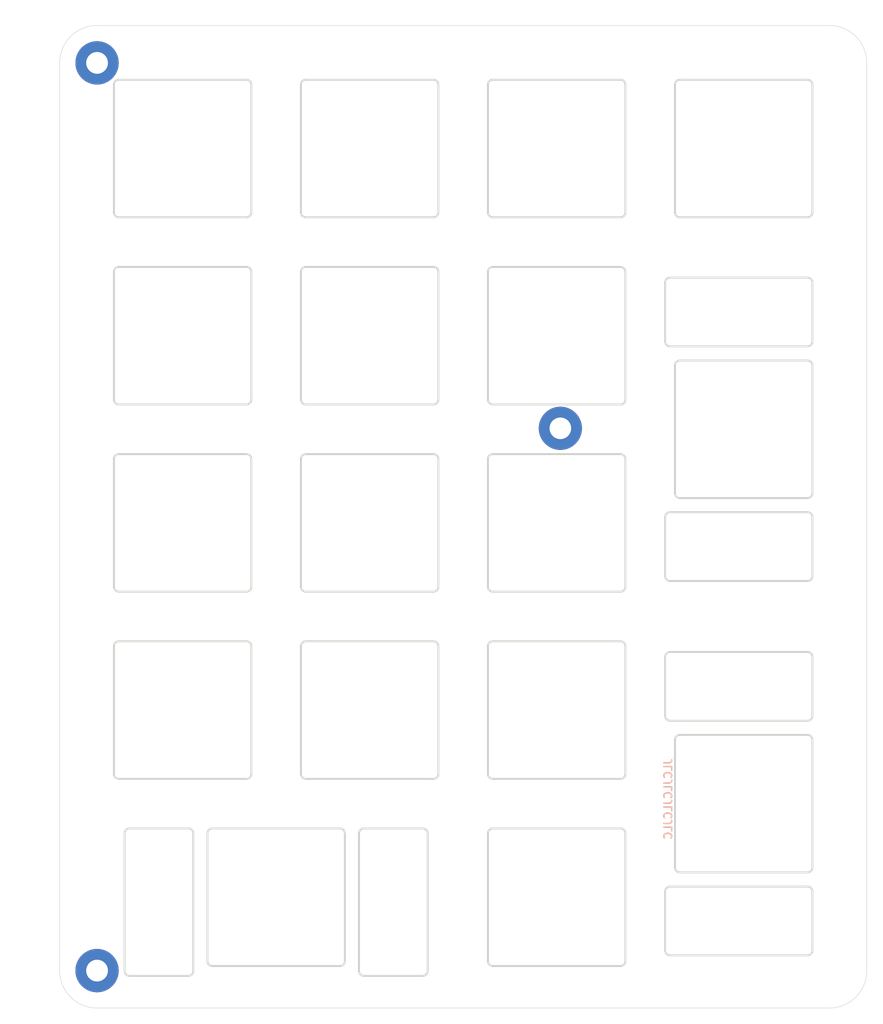
<source format=kicad_pcb>
(kicad_pcb (version 20171130) (host pcbnew "(5.1.9)-1")

  (general
    (thickness 1.6)
    (drawings 11)
    (tracks 0)
    (zones 0)
    (modules 7)
    (nets 1)
  )

  (page A4)
  (layers
    (0 F.Cu signal)
    (31 B.Cu signal)
    (32 B.Adhes user)
    (33 F.Adhes user)
    (34 B.Paste user)
    (35 F.Paste user)
    (36 B.SilkS user)
    (37 F.SilkS user)
    (38 B.Mask user)
    (39 F.Mask user)
    (40 Dwgs.User user)
    (41 Cmts.User user)
    (42 Eco1.User user)
    (43 Eco2.User user)
    (44 Edge.Cuts user)
    (45 Margin user)
    (46 B.CrtYd user)
    (47 F.CrtYd user)
    (48 B.Fab user)
    (49 F.Fab user)
  )

  (setup
    (last_trace_width 0.25)
    (trace_clearance 0.2)
    (zone_clearance 0.508)
    (zone_45_only no)
    (trace_min 0.2)
    (via_size 0.8)
    (via_drill 0.4)
    (via_min_size 0.4)
    (via_min_drill 0.3)
    (uvia_size 0.3)
    (uvia_drill 0.1)
    (uvias_allowed no)
    (uvia_min_size 0.2)
    (uvia_min_drill 0.1)
    (edge_width 0.05)
    (segment_width 0.2)
    (pcb_text_width 0.3)
    (pcb_text_size 1.5 1.5)
    (mod_edge_width 0.12)
    (mod_text_size 1 1)
    (mod_text_width 0.15)
    (pad_size 1.524 1.524)
    (pad_drill 0.762)
    (pad_to_mask_clearance 0.05)
    (aux_axis_origin 0 0)
    (visible_elements 7FFFFFFF)
    (pcbplotparams
      (layerselection 0x010fc_ffffffff)
      (usegerberextensions false)
      (usegerberattributes true)
      (usegerberadvancedattributes true)
      (creategerberjobfile true)
      (excludeedgelayer true)
      (linewidth 0.100000)
      (plotframeref false)
      (viasonmask false)
      (mode 1)
      (useauxorigin false)
      (hpglpennumber 1)
      (hpglpenspeed 20)
      (hpglpendiameter 15.000000)
      (psnegative false)
      (psa4output false)
      (plotreference true)
      (plotvalue true)
      (plotinvisibletext false)
      (padsonsilk false)
      (subtractmaskfromsilk false)
      (outputformat 1)
      (mirror false)
      (drillshape 0)
      (scaleselection 1)
      (outputdirectory "export_plate_numpad/"))
  )

  (net 0 "")

  (net_class Default "This is the default net class."
    (clearance 0.2)
    (trace_width 0.25)
    (via_dia 0.8)
    (via_drill 0.4)
    (uvia_dia 0.3)
    (uvia_drill 0.1)
  )

  (module Gigahawk:PLATE_NUMPAD (layer F.Cu) (tedit 60427E41) (tstamp 60659A71)
    (at 12.525 12.525)
    (descr "Keyboard cutout for a standard numpad")
    (path /60587B43)
    (fp_text reference H7 (at 0 -9.525) (layer F.SilkS) hide
      (effects (font (size 1 1) (thickness 0.15)))
    )
    (fp_text value "Plate Cutouts" (at 0 -12.7) (layer F.Fab)
      (effects (font (size 1 1) (thickness 0.15)))
    )
    (fp_line (start -6.5 6.999999) (end 6.499999 6.999999) (layer Edge.Cuts) (width 0.2))
    (fp_line (start 6.499999 -7) (end -6.5 -7) (layer Edge.Cuts) (width 0.2))
    (fp_line (start 6.999999 6.499999) (end 6.999999 -6.5) (layer Edge.Cuts) (width 0.2))
    (fp_line (start -7 -6.5) (end -7 6.499999) (layer Edge.Cuts) (width 0.2))
    (fp_line (start 12.55 6.999999) (end 25.55 6.999999) (layer Edge.Cuts) (width 0.2))
    (fp_line (start 25.55 -7) (end 12.55 -7) (layer Edge.Cuts) (width 0.2))
    (fp_line (start 26.05 6.499999) (end 26.05 -6.5) (layer Edge.Cuts) (width 0.2))
    (fp_line (start 12.05 -6.5) (end 12.05 6.499999) (layer Edge.Cuts) (width 0.2))
    (fp_line (start 31.6 6.999999) (end 44.6 6.999999) (layer Edge.Cuts) (width 0.2))
    (fp_line (start 44.6 -7) (end 31.6 -7) (layer Edge.Cuts) (width 0.2))
    (fp_line (start 45.1 6.499999) (end 45.1 -6.5) (layer Edge.Cuts) (width 0.2))
    (fp_line (start 31.1 -6.5) (end 31.1 6.499999) (layer Edge.Cuts) (width 0.2))
    (fp_line (start 50.65 6.999999) (end 63.65 6.999999) (layer Edge.Cuts) (width 0.2))
    (fp_line (start 63.65 -7) (end 50.65 -7) (layer Edge.Cuts) (width 0.2))
    (fp_line (start 64.15 6.499999) (end 64.15 -6.5) (layer Edge.Cuts) (width 0.2))
    (fp_line (start 50.15 -6.5) (end 50.15 6.499999) (layer Edge.Cuts) (width 0.2))
    (fp_line (start -6.5 26.05) (end 6.499999 26.05) (layer Edge.Cuts) (width 0.2))
    (fp_line (start 6.499999 12.05) (end -6.5 12.05) (layer Edge.Cuts) (width 0.2))
    (fp_line (start 6.999999 25.55) (end 6.999999 12.55) (layer Edge.Cuts) (width 0.2))
    (fp_line (start -7 12.55) (end -7 25.55) (layer Edge.Cuts) (width 0.2))
    (fp_line (start 12.55 26.05) (end 25.55 26.05) (layer Edge.Cuts) (width 0.2))
    (fp_line (start 25.55 12.05) (end 12.55 12.05) (layer Edge.Cuts) (width 0.2))
    (fp_line (start 26.05 25.55) (end 26.05 12.55) (layer Edge.Cuts) (width 0.2))
    (fp_line (start 12.05 12.55) (end 12.05 25.55) (layer Edge.Cuts) (width 0.2))
    (fp_line (start 31.6 26.05) (end 44.6 26.05) (layer Edge.Cuts) (width 0.2))
    (fp_line (start 44.6 12.05) (end 31.6 12.05) (layer Edge.Cuts) (width 0.2))
    (fp_line (start 45.1 25.55) (end 45.1 12.55) (layer Edge.Cuts) (width 0.2))
    (fp_line (start 31.1 12.55) (end 31.1 25.55) (layer Edge.Cuts) (width 0.2))
    (fp_line (start 50.65 35.575) (end 63.65 35.575) (layer Edge.Cuts) (width 0.2))
    (fp_line (start 63.65 21.575) (end 50.65 21.575) (layer Edge.Cuts) (width 0.2))
    (fp_line (start 64.15 35.075) (end 64.15 22.075) (layer Edge.Cuts) (width 0.2))
    (fp_line (start 50.15 22.075) (end 50.15 35.075) (layer Edge.Cuts) (width 0.2))
    (fp_line (start 49.15 13.637) (end 49.15 19.637) (layer Edge.Cuts) (width 0.2))
    (fp_line (start 64.15 19.637) (end 64.15 13.637) (layer Edge.Cuts) (width 0.2))
    (fp_line (start 49.65 20.137) (end 63.65 20.137) (layer Edge.Cuts) (width 0.2))
    (fp_line (start 63.65 13.137) (end 49.65 13.137) (layer Edge.Cuts) (width 0.2))
    (fp_line (start 49.15 37.513) (end 49.15 43.513) (layer Edge.Cuts) (width 0.2))
    (fp_line (start 64.15 43.513) (end 64.15 37.513) (layer Edge.Cuts) (width 0.2))
    (fp_line (start 49.65 44.013) (end 63.65 44.013) (layer Edge.Cuts) (width 0.2))
    (fp_line (start 63.65 37.013) (end 49.65 37.013) (layer Edge.Cuts) (width 0.2))
    (fp_line (start -6.5 45.1) (end 6.499999 45.1) (layer Edge.Cuts) (width 0.2))
    (fp_line (start 6.499999 31.1) (end -6.5 31.1) (layer Edge.Cuts) (width 0.2))
    (fp_line (start 6.999999 44.6) (end 6.999999 31.6) (layer Edge.Cuts) (width 0.2))
    (fp_line (start -7 31.6) (end -7 44.6) (layer Edge.Cuts) (width 0.2))
    (fp_line (start 12.55 45.1) (end 25.55 45.1) (layer Edge.Cuts) (width 0.2))
    (fp_line (start 25.55 31.1) (end 12.55 31.1) (layer Edge.Cuts) (width 0.2))
    (fp_line (start 26.05 44.6) (end 26.05 31.6) (layer Edge.Cuts) (width 0.2))
    (fp_line (start 12.05 31.6) (end 12.05 44.6) (layer Edge.Cuts) (width 0.2))
    (fp_line (start 31.6 45.1) (end 44.6 45.1) (layer Edge.Cuts) (width 0.2))
    (fp_line (start 44.6 31.1) (end 31.6 31.1) (layer Edge.Cuts) (width 0.2))
    (fp_line (start 45.1 44.6) (end 45.1 31.6) (layer Edge.Cuts) (width 0.2))
    (fp_line (start 31.1 31.6) (end 31.1 44.6) (layer Edge.Cuts) (width 0.2))
    (fp_line (start -6.5 64.15) (end 6.499999 64.15) (layer Edge.Cuts) (width 0.2))
    (fp_line (start 6.499999 50.15) (end -6.5 50.15) (layer Edge.Cuts) (width 0.2))
    (fp_line (start 6.999999 63.65) (end 6.999999 50.65) (layer Edge.Cuts) (width 0.2))
    (fp_line (start -7 50.65) (end -7 63.65) (layer Edge.Cuts) (width 0.2))
    (fp_line (start 12.55 64.15) (end 25.55 64.15) (layer Edge.Cuts) (width 0.2))
    (fp_line (start 25.55 50.15) (end 12.55 50.15) (layer Edge.Cuts) (width 0.2))
    (fp_line (start 26.05 63.65) (end 26.05 50.65) (layer Edge.Cuts) (width 0.2))
    (fp_line (start 12.05 50.65) (end 12.05 63.65) (layer Edge.Cuts) (width 0.2))
    (fp_line (start 31.6 64.15) (end 44.6 64.15) (layer Edge.Cuts) (width 0.2))
    (fp_line (start 44.6 50.15) (end 31.6 50.15) (layer Edge.Cuts) (width 0.2))
    (fp_line (start 45.1 63.65) (end 45.1 50.65) (layer Edge.Cuts) (width 0.2))
    (fp_line (start 31.1 50.65) (end 31.1 63.65) (layer Edge.Cuts) (width 0.2))
    (fp_line (start 50.65 73.675) (end 63.65 73.675) (layer Edge.Cuts) (width 0.2))
    (fp_line (start 63.65 59.675) (end 50.65 59.675) (layer Edge.Cuts) (width 0.2))
    (fp_line (start 64.15 73.175) (end 64.15 60.175) (layer Edge.Cuts) (width 0.2))
    (fp_line (start 50.15 60.175) (end 50.15 73.175) (layer Edge.Cuts) (width 0.2))
    (fp_line (start 49.15 51.737) (end 49.15 57.737) (layer Edge.Cuts) (width 0.2))
    (fp_line (start 64.15 57.737) (end 64.15 51.737) (layer Edge.Cuts) (width 0.2))
    (fp_line (start 49.65 58.237) (end 63.65 58.237) (layer Edge.Cuts) (width 0.2))
    (fp_line (start 63.65 51.237) (end 49.65 51.237) (layer Edge.Cuts) (width 0.2))
    (fp_line (start 49.15 75.613) (end 49.15 81.613) (layer Edge.Cuts) (width 0.2))
    (fp_line (start 64.15 81.613) (end 64.15 75.613) (layer Edge.Cuts) (width 0.2))
    (fp_line (start 49.65 82.113) (end 63.65 82.113) (layer Edge.Cuts) (width 0.2))
    (fp_line (start 63.65 75.113) (end 49.65 75.113) (layer Edge.Cuts) (width 0.2))
    (fp_line (start 3.025 83.2) (end 16.025 83.2) (layer Edge.Cuts) (width 0.2))
    (fp_line (start 16.025 69.2) (end 3.025 69.2) (layer Edge.Cuts) (width 0.2))
    (fp_line (start 16.525 82.7) (end 16.525 69.7) (layer Edge.Cuts) (width 0.2))
    (fp_line (start 2.525 69.7) (end 2.525 82.7) (layer Edge.Cuts) (width 0.2))
    (fp_line (start -5.413 84.2) (end 0.587 84.2) (layer Edge.Cuts) (width 0.2))
    (fp_line (start 0.587 69.2) (end -5.413 69.2) (layer Edge.Cuts) (width 0.2))
    (fp_line (start 1.087 83.7) (end 1.087 69.7) (layer Edge.Cuts) (width 0.2))
    (fp_line (start -5.913 69.7) (end -5.913 83.7) (layer Edge.Cuts) (width 0.2))
    (fp_line (start 18.463 84.2) (end 24.463 84.2) (layer Edge.Cuts) (width 0.2))
    (fp_line (start 24.463 69.2) (end 18.463 69.2) (layer Edge.Cuts) (width 0.2))
    (fp_line (start 24.963 83.7) (end 24.963 69.7) (layer Edge.Cuts) (width 0.2))
    (fp_line (start 17.963 69.7) (end 17.963 83.7) (layer Edge.Cuts) (width 0.2))
    (fp_line (start 31.6 83.2) (end 44.6 83.2) (layer Edge.Cuts) (width 0.2))
    (fp_line (start 44.6 69.2) (end 31.6 69.2) (layer Edge.Cuts) (width 0.2))
    (fp_line (start 45.1 82.7) (end 45.1 69.7) (layer Edge.Cuts) (width 0.2))
    (fp_line (start 31.1 69.7) (end 31.1 82.7) (layer Edge.Cuts) (width 0.2))
    (fp_arc (start 31.6 69.7) (end 31.6 69.2) (angle -90) (layer Edge.Cuts) (width 0.2))
    (fp_arc (start 44.6 69.7) (end 45.1 69.7) (angle -90) (layer Edge.Cuts) (width 0.2))
    (fp_arc (start 44.6 82.7) (end 44.6 83.2) (angle -90) (layer Edge.Cuts) (width 0.2))
    (fp_arc (start 31.6 82.7) (end 31.1 82.7) (angle -90) (layer Edge.Cuts) (width 0.2))
    (fp_arc (start 18.463 69.7) (end 18.463 69.2) (angle -90) (layer Edge.Cuts) (width 0.2))
    (fp_arc (start 24.463 69.7) (end 24.963 69.7) (angle -90) (layer Edge.Cuts) (width 0.2))
    (fp_arc (start 24.463 83.7) (end 24.463 84.2) (angle -90) (layer Edge.Cuts) (width 0.2))
    (fp_arc (start 18.463 83.7) (end 17.963 83.7) (angle -90) (layer Edge.Cuts) (width 0.2))
    (fp_arc (start -5.413 69.7) (end -5.413 69.2) (angle -90) (layer Edge.Cuts) (width 0.2))
    (fp_arc (start 0.587 69.7) (end 1.087 69.7) (angle -90) (layer Edge.Cuts) (width 0.2))
    (fp_arc (start 0.587 83.7) (end 0.587 84.2) (angle -90) (layer Edge.Cuts) (width 0.2))
    (fp_arc (start -5.413 83.7) (end -5.913 83.7) (angle -90) (layer Edge.Cuts) (width 0.2))
    (fp_arc (start 3.025 69.7) (end 3.025 69.2) (angle -90) (layer Edge.Cuts) (width 0.2))
    (fp_arc (start 16.025 69.7) (end 16.525 69.7) (angle -90) (layer Edge.Cuts) (width 0.2))
    (fp_arc (start 16.025 82.7) (end 16.025 83.2) (angle -90) (layer Edge.Cuts) (width 0.2))
    (fp_arc (start 3.025 82.7) (end 2.525 82.7) (angle -90) (layer Edge.Cuts) (width 0.2))
    (fp_arc (start 63.65 75.613) (end 64.15 75.613) (angle -90) (layer Edge.Cuts) (width 0.2))
    (fp_arc (start 63.65 81.613) (end 63.65 82.113) (angle -90) (layer Edge.Cuts) (width 0.2))
    (fp_arc (start 49.65 81.613) (end 49.15 81.613) (angle -90) (layer Edge.Cuts) (width 0.2))
    (fp_arc (start 49.65 75.613) (end 49.65 75.113) (angle -90) (layer Edge.Cuts) (width 0.2))
    (fp_arc (start 63.65 51.737) (end 64.15 51.737) (angle -90) (layer Edge.Cuts) (width 0.2))
    (fp_arc (start 63.65 57.737) (end 63.65 58.237) (angle -90) (layer Edge.Cuts) (width 0.2))
    (fp_arc (start 49.65 57.737) (end 49.15 57.737) (angle -90) (layer Edge.Cuts) (width 0.2))
    (fp_arc (start 49.65 51.737) (end 49.65 51.237) (angle -90) (layer Edge.Cuts) (width 0.2))
    (fp_arc (start 50.65 60.175) (end 50.65 59.675) (angle -90) (layer Edge.Cuts) (width 0.2))
    (fp_arc (start 63.65 60.175) (end 64.15 60.175) (angle -90) (layer Edge.Cuts) (width 0.2))
    (fp_arc (start 63.65 73.175) (end 63.65 73.675) (angle -90) (layer Edge.Cuts) (width 0.2))
    (fp_arc (start 50.65 73.175) (end 50.15 73.175) (angle -90) (layer Edge.Cuts) (width 0.2))
    (fp_arc (start 31.6 50.65) (end 31.6 50.15) (angle -90) (layer Edge.Cuts) (width 0.2))
    (fp_arc (start 44.6 50.65) (end 45.1 50.65) (angle -90) (layer Edge.Cuts) (width 0.2))
    (fp_arc (start 44.6 63.65) (end 44.6 64.15) (angle -90) (layer Edge.Cuts) (width 0.2))
    (fp_arc (start 31.6 63.65) (end 31.1 63.65) (angle -90) (layer Edge.Cuts) (width 0.2))
    (fp_arc (start 12.55 50.65) (end 12.55 50.15) (angle -90) (layer Edge.Cuts) (width 0.2))
    (fp_arc (start 25.55 50.65) (end 26.05 50.65) (angle -90) (layer Edge.Cuts) (width 0.2))
    (fp_arc (start 25.55 63.65) (end 25.55 64.15) (angle -90) (layer Edge.Cuts) (width 0.2))
    (fp_arc (start 12.55 63.65) (end 12.05 63.65) (angle -90) (layer Edge.Cuts) (width 0.2))
    (fp_arc (start -6.5 50.65) (end -6.5 50.15) (angle -90) (layer Edge.Cuts) (width 0.2))
    (fp_arc (start 6.499999 50.65) (end 6.999999 50.65) (angle -90) (layer Edge.Cuts) (width 0.2))
    (fp_arc (start 6.499999 63.65) (end 6.499999 64.15) (angle -90) (layer Edge.Cuts) (width 0.2))
    (fp_arc (start -6.5 63.65) (end -7 63.65) (angle -90) (layer Edge.Cuts) (width 0.2))
    (fp_arc (start 31.6 31.6) (end 31.6 31.1) (angle -90) (layer Edge.Cuts) (width 0.2))
    (fp_arc (start 44.6 31.6) (end 45.1 31.6) (angle -90) (layer Edge.Cuts) (width 0.2))
    (fp_arc (start 44.6 44.6) (end 44.6 45.1) (angle -90) (layer Edge.Cuts) (width 0.2))
    (fp_arc (start 31.6 44.6) (end 31.1 44.6) (angle -90) (layer Edge.Cuts) (width 0.2))
    (fp_arc (start 12.55 31.6) (end 12.55 31.1) (angle -90) (layer Edge.Cuts) (width 0.2))
    (fp_arc (start 25.55 31.6) (end 26.05 31.6) (angle -90) (layer Edge.Cuts) (width 0.2))
    (fp_arc (start 25.55 44.6) (end 25.55 45.1) (angle -90) (layer Edge.Cuts) (width 0.2))
    (fp_arc (start 12.55 44.6) (end 12.05 44.6) (angle -90) (layer Edge.Cuts) (width 0.2))
    (fp_arc (start -6.5 31.6) (end -6.5 31.1) (angle -90) (layer Edge.Cuts) (width 0.2))
    (fp_arc (start 6.499999 31.6) (end 6.999999 31.6) (angle -90) (layer Edge.Cuts) (width 0.2))
    (fp_arc (start 6.499999 44.6) (end 6.499999 45.1) (angle -90) (layer Edge.Cuts) (width 0.2))
    (fp_arc (start -6.5 44.6) (end -7 44.6) (angle -90) (layer Edge.Cuts) (width 0.2))
    (fp_arc (start 63.65 37.513) (end 64.15 37.513) (angle -90) (layer Edge.Cuts) (width 0.2))
    (fp_arc (start 63.65 43.513) (end 63.65 44.013) (angle -90) (layer Edge.Cuts) (width 0.2))
    (fp_arc (start 49.65 43.513) (end 49.15 43.513) (angle -90) (layer Edge.Cuts) (width 0.2))
    (fp_arc (start 49.65 37.513) (end 49.65 37.013) (angle -90) (layer Edge.Cuts) (width 0.2))
    (fp_arc (start 63.65 13.637) (end 64.15 13.637) (angle -90) (layer Edge.Cuts) (width 0.2))
    (fp_arc (start 63.65 19.637) (end 63.65 20.137) (angle -90) (layer Edge.Cuts) (width 0.2))
    (fp_arc (start 49.65 19.637) (end 49.15 19.637) (angle -90) (layer Edge.Cuts) (width 0.2))
    (fp_arc (start 49.65 13.637) (end 49.65 13.137) (angle -90) (layer Edge.Cuts) (width 0.2))
    (fp_arc (start 50.65 22.075) (end 50.65 21.575) (angle -90) (layer Edge.Cuts) (width 0.2))
    (fp_arc (start 63.65 22.075) (end 64.15 22.075) (angle -90) (layer Edge.Cuts) (width 0.2))
    (fp_arc (start 63.65 35.075) (end 63.65 35.575) (angle -90) (layer Edge.Cuts) (width 0.2))
    (fp_arc (start 50.65 35.075) (end 50.15 35.075) (angle -90) (layer Edge.Cuts) (width 0.2))
    (fp_arc (start 31.6 12.55) (end 31.6 12.05) (angle -90) (layer Edge.Cuts) (width 0.2))
    (fp_arc (start 44.6 12.55) (end 45.1 12.55) (angle -90) (layer Edge.Cuts) (width 0.2))
    (fp_arc (start 44.6 25.55) (end 44.6 26.05) (angle -90) (layer Edge.Cuts) (width 0.2))
    (fp_arc (start 31.6 25.55) (end 31.1 25.55) (angle -90) (layer Edge.Cuts) (width 0.2))
    (fp_arc (start 12.55 12.55) (end 12.55 12.05) (angle -90) (layer Edge.Cuts) (width 0.2))
    (fp_arc (start 25.55 12.55) (end 26.05 12.55) (angle -90) (layer Edge.Cuts) (width 0.2))
    (fp_arc (start 25.55 25.55) (end 25.55 26.05) (angle -90) (layer Edge.Cuts) (width 0.2))
    (fp_arc (start 12.55 25.55) (end 12.05 25.55) (angle -90) (layer Edge.Cuts) (width 0.2))
    (fp_arc (start -6.5 12.55) (end -6.5 12.05) (angle -90) (layer Edge.Cuts) (width 0.2))
    (fp_arc (start 6.499999 12.55) (end 6.999999 12.55) (angle -90) (layer Edge.Cuts) (width 0.2))
    (fp_arc (start 6.499999 25.55) (end 6.499999 26.05) (angle -90) (layer Edge.Cuts) (width 0.2))
    (fp_arc (start -6.5 25.55) (end -7 25.55) (angle -90) (layer Edge.Cuts) (width 0.2))
    (fp_arc (start 50.65 -6.5) (end 50.65 -7) (angle -90) (layer Edge.Cuts) (width 0.2))
    (fp_arc (start 63.65 -6.5) (end 64.15 -6.5) (angle -90) (layer Edge.Cuts) (width 0.2))
    (fp_arc (start 63.65 6.499999) (end 63.65 6.999999) (angle -90) (layer Edge.Cuts) (width 0.2))
    (fp_arc (start 50.65 6.499999) (end 50.15 6.499999) (angle -90) (layer Edge.Cuts) (width 0.2))
    (fp_arc (start 31.6 -6.5) (end 31.6 -7) (angle -90) (layer Edge.Cuts) (width 0.2))
    (fp_arc (start 44.6 -6.5) (end 45.1 -6.5) (angle -90) (layer Edge.Cuts) (width 0.2))
    (fp_arc (start 44.6 6.499999) (end 44.6 6.999999) (angle -90) (layer Edge.Cuts) (width 0.2))
    (fp_arc (start 31.6 6.499999) (end 31.1 6.499999) (angle -90) (layer Edge.Cuts) (width 0.2))
    (fp_arc (start 12.55 -6.5) (end 12.55 -7) (angle -90) (layer Edge.Cuts) (width 0.2))
    (fp_arc (start 25.55 -6.5) (end 26.05 -6.5) (angle -90) (layer Edge.Cuts) (width 0.2))
    (fp_arc (start 25.55 6.499999) (end 25.55 6.999999) (angle -90) (layer Edge.Cuts) (width 0.2))
    (fp_arc (start 12.55 6.499999) (end 12.05 6.499999) (angle -90) (layer Edge.Cuts) (width 0.2))
    (fp_arc (start -6.5 -6.5) (end -6.5 -7) (angle -90) (layer Edge.Cuts) (width 0.2))
    (fp_arc (start 6.499999 -6.5) (end 6.999999 -6.5) (angle -90) (layer Edge.Cuts) (width 0.2))
    (fp_arc (start 6.499999 6.499999) (end 6.499999 6.999999) (angle -90) (layer Edge.Cuts) (width 0.2))
    (fp_arc (start -6.5 6.499999) (end -7 6.499999) (angle -90) (layer Edge.Cuts) (width 0.2))
  )

  (module Gigahawk:DOT (layer F.Cu) (tedit 5FF82A75) (tstamp 6042E08A)
    (at 51 41)
    (path /60587A17/5FFBBC88)
    (fp_text reference H6 (at 0.635 -1.905) (layer F.Fab)
      (effects (font (size 1 1) (thickness 0.15)))
    )
    (fp_text value "ConnectorPos(85.09,39.37)" (at 0 -0.635) (layer F.Fab)
      (effects (font (size 1 1) (thickness 0.15)))
    )
    (fp_circle (center 0 0) (end 0.127 0) (layer F.Fab) (width 0.12))
  )

  (module MountingHole:MountingHole_2.2mm_M2_Pad (layer F.Cu) (tedit 56D1B4CB) (tstamp 6042E085)
    (at 51 41)
    (descr "Mounting Hole 2.2mm, M2")
    (tags "mounting hole 2.2mm m2")
    (path /60587A17/5FFAE861)
    (attr virtual)
    (fp_text reference H5 (at 0 -3.2) (layer F.SilkS) hide
      (effects (font (size 1 1) (thickness 0.15)))
    )
    (fp_text value "Center(51,41)" (at 0 3.2) (layer F.Fab)
      (effects (font (size 1 1) (thickness 0.15)))
    )
    (fp_circle (center 0 0) (end 2.2 0) (layer Cmts.User) (width 0.15))
    (fp_circle (center 0 0) (end 2.45 0) (layer F.CrtYd) (width 0.05))
    (fp_text user %R (at 0.3 0) (layer F.Fab)
      (effects (font (size 1 1) (thickness 0.15)))
    )
    (pad 1 thru_hole circle (at 0 0) (size 4.4 4.4) (drill 2.2) (layers *.Cu *.Mask))
  )

  (module MountingHole:MountingHole_2.2mm_M2_Pad (layer F.Cu) (tedit 56D1B4CB) (tstamp 6042E07D)
    (at 3.81 96.19)
    (descr "Mounting Hole 2.2mm, M2")
    (tags "mounting hole 2.2mm m2")
    (path /60587A17/5FFAE6C8)
    (attr virtual)
    (fp_text reference H4 (at 0 -3.2) (layer F.SilkS) hide
      (effects (font (size 1 1) (thickness 0.15)))
    )
    (fp_text value "BottomRight(96.19,96.19)" (at 0 3.2) (layer F.Fab)
      (effects (font (size 1 1) (thickness 0.15)))
    )
    (fp_circle (center 0 0) (end 2.2 0) (layer Cmts.User) (width 0.15))
    (fp_circle (center 0 0) (end 2.45 0) (layer F.CrtYd) (width 0.05))
    (fp_text user %R (at 0.3 0) (layer F.Fab)
      (effects (font (size 1 1) (thickness 0.15)))
    )
    (pad 1 thru_hole circle (at 0 0) (size 4.4 4.4) (drill 2.2) (layers *.Cu *.Mask))
  )

  (module MountingHole:MountingHole_2.2mm_M2_Pad (layer F.Cu) (tedit 56D1B4CB) (tstamp 6042E075)
    (at 3.81 96.19)
    (descr "Mounting Hole 2.2mm, M2")
    (tags "mounting hole 2.2mm m2")
    (path /60587A17/5FFAE5EB)
    (attr virtual)
    (fp_text reference H3 (at 0 -3.2) (layer F.SilkS) hide
      (effects (font (size 1 1) (thickness 0.15)))
    )
    (fp_text value "BottomLeft(3.81,96.19)" (at 0 3.2) (layer F.Fab)
      (effects (font (size 1 1) (thickness 0.15)))
    )
    (fp_circle (center 0 0) (end 2.2 0) (layer Cmts.User) (width 0.15))
    (fp_circle (center 0 0) (end 2.45 0) (layer F.CrtYd) (width 0.05))
    (fp_text user %R (at 0.3 0) (layer F.Fab)
      (effects (font (size 1 1) (thickness 0.15)))
    )
    (pad 1 thru_hole circle (at 0 0) (size 4.4 4.4) (drill 2.2) (layers *.Cu *.Mask))
  )

  (module MountingHole:MountingHole_2.2mm_M2_Pad (layer F.Cu) (tedit 56D1B4CB) (tstamp 6042E06D)
    (at 3.81 3.81)
    (descr "Mounting Hole 2.2mm, M2")
    (tags "mounting hole 2.2mm m2")
    (path /60587A17/5FFAE3B5)
    (attr virtual)
    (fp_text reference H2 (at 0 -3.2) (layer F.SilkS) hide
      (effects (font (size 1 1) (thickness 0.15)))
    )
    (fp_text value "TopRight(96.19,3.81)" (at 0 3.2) (layer F.Fab)
      (effects (font (size 1 1) (thickness 0.15)))
    )
    (fp_circle (center 0 0) (end 2.2 0) (layer Cmts.User) (width 0.15))
    (fp_circle (center 0 0) (end 2.45 0) (layer F.CrtYd) (width 0.05))
    (fp_text user %R (at 0.3 0) (layer F.Fab)
      (effects (font (size 1 1) (thickness 0.15)))
    )
    (pad 1 thru_hole circle (at 0 0) (size 4.4 4.4) (drill 2.2) (layers *.Cu *.Mask))
  )

  (module MountingHole:MountingHole_2.2mm_M2_Pad (layer F.Cu) (tedit 56D1B4CB) (tstamp 6042E065)
    (at 3.81 3.81)
    (descr "Mounting Hole 2.2mm, M2")
    (tags "mounting hole 2.2mm m2")
    (path /60587A17/5FFAE0B8)
    (attr virtual)
    (fp_text reference H1 (at 0 -3.2) (layer F.SilkS) hide
      (effects (font (size 1 1) (thickness 0.15)))
    )
    (fp_text value "TopLeft(3.81,3.81)" (at 0 3.2) (layer F.Fab)
      (effects (font (size 1 1) (thickness 0.15)))
    )
    (fp_circle (center 0 0) (end 2.2 0) (layer Cmts.User) (width 0.15))
    (fp_circle (center 0 0) (end 2.45 0) (layer F.CrtYd) (width 0.05))
    (fp_text user %R (at 0.3 0) (layer F.Fab)
      (effects (font (size 1 1) (thickness 0.15)))
    )
    (pad 1 thru_hole circle (at 0 0) (size 4.4 4.4) (drill 2.2) (layers *.Cu *.Mask))
  )

  (gr_poly (pts (xy 83.82 101.6) (xy -2.54 101.6) (xy -2.54 -2.54) (xy 83.82 -2.54)) (layer B.Mask) (width 0.1) (tstamp 609F8CEA))
  (gr_poly (pts (xy 83.82 101.6) (xy -2.54 101.6) (xy -2.54 -2.54) (xy 83.82 -2.54)) (layer F.Mask) (width 0.1))
  (gr_text JLCJLCJLCJLC (at 61.976 78.74 90) (layer B.SilkS)
    (effects (font (size 0.8 0.8) (thickness 0.15)) (justify mirror))
  )
  (gr_line (start 3.81 0) (end 78.4 0) (angle 90) (layer Edge.Cuts) (width 0.05))
  (gr_line (start 82.21 3.81) (end 82.21 96.19) (angle 90) (layer Edge.Cuts) (width 0.05))
  (gr_line (start 78.4 100) (end 3.81 100) (angle 90) (layer Edge.Cuts) (width 0.05))
  (gr_line (start 0 96.19) (end 0 3.81) (angle 90) (layer Edge.Cuts) (width 0.05))
  (gr_arc (start 3.81 3.81) (end 3.81 0) (angle -90) (layer Edge.Cuts) (width 0.05))
  (gr_arc (start 3.81 96.19) (end 0 96.19) (angle -90) (layer Edge.Cuts) (width 0.05))
  (gr_arc (start 78.4 96.19) (end 78.4 100) (angle -90) (layer Edge.Cuts) (width 0.05))
  (gr_arc (start 78.4 3.81) (end 82.21 3.81) (angle -90) (layer Edge.Cuts) (width 0.05))

)

</source>
